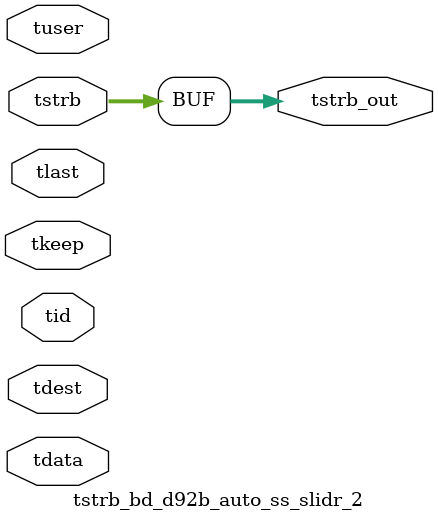
<source format=v>


`timescale 1ps/1ps

module tstrb_bd_d92b_auto_ss_slidr_2 #
(
parameter C_S_AXIS_TDATA_WIDTH = 32,
parameter C_S_AXIS_TUSER_WIDTH = 0,
parameter C_S_AXIS_TID_WIDTH   = 0,
parameter C_S_AXIS_TDEST_WIDTH = 0,
parameter C_M_AXIS_TDATA_WIDTH = 32
)
(
input  [(C_S_AXIS_TDATA_WIDTH == 0 ? 1 : C_S_AXIS_TDATA_WIDTH)-1:0     ] tdata,
input  [(C_S_AXIS_TUSER_WIDTH == 0 ? 1 : C_S_AXIS_TUSER_WIDTH)-1:0     ] tuser,
input  [(C_S_AXIS_TID_WIDTH   == 0 ? 1 : C_S_AXIS_TID_WIDTH)-1:0       ] tid,
input  [(C_S_AXIS_TDEST_WIDTH == 0 ? 1 : C_S_AXIS_TDEST_WIDTH)-1:0     ] tdest,
input  [(C_S_AXIS_TDATA_WIDTH/8)-1:0 ] tkeep,
input  [(C_S_AXIS_TDATA_WIDTH/8)-1:0 ] tstrb,
input                                                                    tlast,
output [(C_M_AXIS_TDATA_WIDTH/8)-1:0 ] tstrb_out
);

assign tstrb_out = {tstrb[7:0]};

endmodule


</source>
